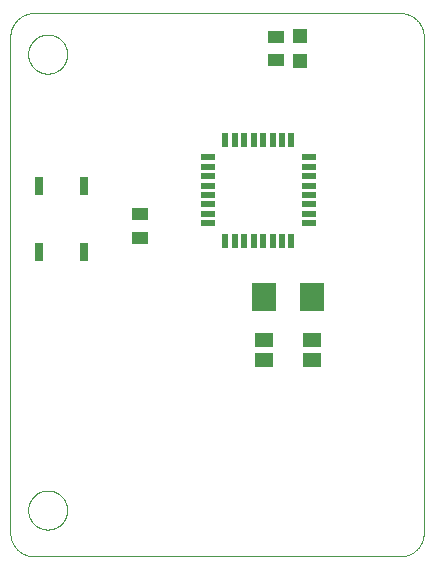
<source format=gtp>
G75*
%MOIN*%
%OFA0B0*%
%FSLAX25Y25*%
%IPPOS*%
%LPD*%
%AMOC8*
5,1,8,0,0,1.08239X$1,22.5*
%
%ADD10C,0.00000*%
%ADD11R,0.05512X0.04331*%
%ADD12R,0.04724X0.04724*%
%ADD13R,0.03000X0.06000*%
%ADD14R,0.02200X0.05000*%
%ADD15R,0.05000X0.02200*%
%ADD16R,0.07874X0.09449*%
%ADD17R,0.05906X0.05118*%
D10*
X0001500Y0009374D02*
X0001500Y0174728D01*
X0001502Y0174918D01*
X0001509Y0175108D01*
X0001521Y0175298D01*
X0001537Y0175488D01*
X0001557Y0175677D01*
X0001583Y0175866D01*
X0001612Y0176054D01*
X0001647Y0176241D01*
X0001686Y0176427D01*
X0001729Y0176612D01*
X0001777Y0176797D01*
X0001829Y0176980D01*
X0001885Y0177161D01*
X0001946Y0177341D01*
X0002012Y0177520D01*
X0002081Y0177697D01*
X0002155Y0177873D01*
X0002233Y0178046D01*
X0002316Y0178218D01*
X0002402Y0178387D01*
X0002492Y0178555D01*
X0002587Y0178720D01*
X0002685Y0178883D01*
X0002788Y0179043D01*
X0002894Y0179201D01*
X0003004Y0179356D01*
X0003117Y0179509D01*
X0003235Y0179659D01*
X0003356Y0179805D01*
X0003480Y0179949D01*
X0003608Y0180090D01*
X0003739Y0180228D01*
X0003874Y0180363D01*
X0004012Y0180494D01*
X0004153Y0180622D01*
X0004297Y0180746D01*
X0004443Y0180867D01*
X0004593Y0180985D01*
X0004746Y0181098D01*
X0004901Y0181208D01*
X0005059Y0181314D01*
X0005219Y0181417D01*
X0005382Y0181515D01*
X0005547Y0181610D01*
X0005715Y0181700D01*
X0005884Y0181786D01*
X0006056Y0181869D01*
X0006229Y0181947D01*
X0006405Y0182021D01*
X0006582Y0182090D01*
X0006761Y0182156D01*
X0006941Y0182217D01*
X0007122Y0182273D01*
X0007305Y0182325D01*
X0007490Y0182373D01*
X0007675Y0182416D01*
X0007861Y0182455D01*
X0008048Y0182490D01*
X0008236Y0182519D01*
X0008425Y0182545D01*
X0008614Y0182565D01*
X0008804Y0182581D01*
X0008994Y0182593D01*
X0009184Y0182600D01*
X0009374Y0182602D01*
X0131421Y0182602D01*
X0131611Y0182600D01*
X0131801Y0182593D01*
X0131991Y0182581D01*
X0132181Y0182565D01*
X0132370Y0182545D01*
X0132559Y0182519D01*
X0132747Y0182490D01*
X0132934Y0182455D01*
X0133120Y0182416D01*
X0133305Y0182373D01*
X0133490Y0182325D01*
X0133673Y0182273D01*
X0133854Y0182217D01*
X0134034Y0182156D01*
X0134213Y0182090D01*
X0134390Y0182021D01*
X0134566Y0181947D01*
X0134739Y0181869D01*
X0134911Y0181786D01*
X0135080Y0181700D01*
X0135248Y0181610D01*
X0135413Y0181515D01*
X0135576Y0181417D01*
X0135736Y0181314D01*
X0135894Y0181208D01*
X0136049Y0181098D01*
X0136202Y0180985D01*
X0136352Y0180867D01*
X0136498Y0180746D01*
X0136642Y0180622D01*
X0136783Y0180494D01*
X0136921Y0180363D01*
X0137056Y0180228D01*
X0137187Y0180090D01*
X0137315Y0179949D01*
X0137439Y0179805D01*
X0137560Y0179659D01*
X0137678Y0179509D01*
X0137791Y0179356D01*
X0137901Y0179201D01*
X0138007Y0179043D01*
X0138110Y0178883D01*
X0138208Y0178720D01*
X0138303Y0178555D01*
X0138393Y0178387D01*
X0138479Y0178218D01*
X0138562Y0178046D01*
X0138640Y0177873D01*
X0138714Y0177697D01*
X0138783Y0177520D01*
X0138849Y0177341D01*
X0138910Y0177161D01*
X0138966Y0176980D01*
X0139018Y0176797D01*
X0139066Y0176612D01*
X0139109Y0176427D01*
X0139148Y0176241D01*
X0139183Y0176054D01*
X0139212Y0175866D01*
X0139238Y0175677D01*
X0139258Y0175488D01*
X0139274Y0175298D01*
X0139286Y0175108D01*
X0139293Y0174918D01*
X0139295Y0174728D01*
X0139295Y0009374D01*
X0139293Y0009184D01*
X0139286Y0008994D01*
X0139274Y0008804D01*
X0139258Y0008614D01*
X0139238Y0008425D01*
X0139212Y0008236D01*
X0139183Y0008048D01*
X0139148Y0007861D01*
X0139109Y0007675D01*
X0139066Y0007490D01*
X0139018Y0007305D01*
X0138966Y0007122D01*
X0138910Y0006941D01*
X0138849Y0006761D01*
X0138783Y0006582D01*
X0138714Y0006405D01*
X0138640Y0006229D01*
X0138562Y0006056D01*
X0138479Y0005884D01*
X0138393Y0005715D01*
X0138303Y0005547D01*
X0138208Y0005382D01*
X0138110Y0005219D01*
X0138007Y0005059D01*
X0137901Y0004901D01*
X0137791Y0004746D01*
X0137678Y0004593D01*
X0137560Y0004443D01*
X0137439Y0004297D01*
X0137315Y0004153D01*
X0137187Y0004012D01*
X0137056Y0003874D01*
X0136921Y0003739D01*
X0136783Y0003608D01*
X0136642Y0003480D01*
X0136498Y0003356D01*
X0136352Y0003235D01*
X0136202Y0003117D01*
X0136049Y0003004D01*
X0135894Y0002894D01*
X0135736Y0002788D01*
X0135576Y0002685D01*
X0135413Y0002587D01*
X0135248Y0002492D01*
X0135080Y0002402D01*
X0134911Y0002316D01*
X0134739Y0002233D01*
X0134566Y0002155D01*
X0134390Y0002081D01*
X0134213Y0002012D01*
X0134034Y0001946D01*
X0133854Y0001885D01*
X0133673Y0001829D01*
X0133490Y0001777D01*
X0133305Y0001729D01*
X0133120Y0001686D01*
X0132934Y0001647D01*
X0132747Y0001612D01*
X0132559Y0001583D01*
X0132370Y0001557D01*
X0132181Y0001537D01*
X0131991Y0001521D01*
X0131801Y0001509D01*
X0131611Y0001502D01*
X0131421Y0001500D01*
X0009374Y0001500D01*
X0009184Y0001502D01*
X0008994Y0001509D01*
X0008804Y0001521D01*
X0008614Y0001537D01*
X0008425Y0001557D01*
X0008236Y0001583D01*
X0008048Y0001612D01*
X0007861Y0001647D01*
X0007675Y0001686D01*
X0007490Y0001729D01*
X0007305Y0001777D01*
X0007122Y0001829D01*
X0006941Y0001885D01*
X0006761Y0001946D01*
X0006582Y0002012D01*
X0006405Y0002081D01*
X0006229Y0002155D01*
X0006056Y0002233D01*
X0005884Y0002316D01*
X0005715Y0002402D01*
X0005547Y0002492D01*
X0005382Y0002587D01*
X0005219Y0002685D01*
X0005059Y0002788D01*
X0004901Y0002894D01*
X0004746Y0003004D01*
X0004593Y0003117D01*
X0004443Y0003235D01*
X0004297Y0003356D01*
X0004153Y0003480D01*
X0004012Y0003608D01*
X0003874Y0003739D01*
X0003739Y0003874D01*
X0003608Y0004012D01*
X0003480Y0004153D01*
X0003356Y0004297D01*
X0003235Y0004443D01*
X0003117Y0004593D01*
X0003004Y0004746D01*
X0002894Y0004901D01*
X0002788Y0005059D01*
X0002685Y0005219D01*
X0002587Y0005382D01*
X0002492Y0005547D01*
X0002402Y0005715D01*
X0002316Y0005884D01*
X0002233Y0006056D01*
X0002155Y0006229D01*
X0002081Y0006405D01*
X0002012Y0006582D01*
X0001946Y0006761D01*
X0001885Y0006941D01*
X0001829Y0007122D01*
X0001777Y0007305D01*
X0001729Y0007490D01*
X0001686Y0007675D01*
X0001647Y0007861D01*
X0001612Y0008048D01*
X0001583Y0008236D01*
X0001557Y0008425D01*
X0001537Y0008614D01*
X0001521Y0008804D01*
X0001509Y0008994D01*
X0001502Y0009184D01*
X0001500Y0009374D01*
X0007441Y0016953D02*
X0007443Y0017114D01*
X0007449Y0017274D01*
X0007459Y0017435D01*
X0007473Y0017595D01*
X0007491Y0017755D01*
X0007512Y0017914D01*
X0007538Y0018073D01*
X0007568Y0018231D01*
X0007601Y0018388D01*
X0007639Y0018545D01*
X0007680Y0018700D01*
X0007725Y0018854D01*
X0007774Y0019007D01*
X0007827Y0019159D01*
X0007883Y0019310D01*
X0007944Y0019459D01*
X0008007Y0019607D01*
X0008075Y0019753D01*
X0008146Y0019897D01*
X0008220Y0020039D01*
X0008298Y0020180D01*
X0008380Y0020318D01*
X0008465Y0020455D01*
X0008553Y0020589D01*
X0008645Y0020721D01*
X0008740Y0020851D01*
X0008838Y0020979D01*
X0008939Y0021104D01*
X0009043Y0021226D01*
X0009150Y0021346D01*
X0009260Y0021463D01*
X0009373Y0021578D01*
X0009489Y0021689D01*
X0009608Y0021798D01*
X0009729Y0021903D01*
X0009853Y0022006D01*
X0009979Y0022106D01*
X0010107Y0022202D01*
X0010238Y0022295D01*
X0010372Y0022385D01*
X0010507Y0022472D01*
X0010645Y0022555D01*
X0010784Y0022635D01*
X0010926Y0022711D01*
X0011069Y0022784D01*
X0011214Y0022853D01*
X0011361Y0022919D01*
X0011509Y0022981D01*
X0011659Y0023039D01*
X0011810Y0023094D01*
X0011963Y0023145D01*
X0012117Y0023192D01*
X0012272Y0023235D01*
X0012428Y0023274D01*
X0012584Y0023310D01*
X0012742Y0023341D01*
X0012900Y0023369D01*
X0013059Y0023393D01*
X0013219Y0023413D01*
X0013379Y0023429D01*
X0013539Y0023441D01*
X0013700Y0023449D01*
X0013861Y0023453D01*
X0014021Y0023453D01*
X0014182Y0023449D01*
X0014343Y0023441D01*
X0014503Y0023429D01*
X0014663Y0023413D01*
X0014823Y0023393D01*
X0014982Y0023369D01*
X0015140Y0023341D01*
X0015298Y0023310D01*
X0015454Y0023274D01*
X0015610Y0023235D01*
X0015765Y0023192D01*
X0015919Y0023145D01*
X0016072Y0023094D01*
X0016223Y0023039D01*
X0016373Y0022981D01*
X0016521Y0022919D01*
X0016668Y0022853D01*
X0016813Y0022784D01*
X0016956Y0022711D01*
X0017098Y0022635D01*
X0017237Y0022555D01*
X0017375Y0022472D01*
X0017510Y0022385D01*
X0017644Y0022295D01*
X0017775Y0022202D01*
X0017903Y0022106D01*
X0018029Y0022006D01*
X0018153Y0021903D01*
X0018274Y0021798D01*
X0018393Y0021689D01*
X0018509Y0021578D01*
X0018622Y0021463D01*
X0018732Y0021346D01*
X0018839Y0021226D01*
X0018943Y0021104D01*
X0019044Y0020979D01*
X0019142Y0020851D01*
X0019237Y0020721D01*
X0019329Y0020589D01*
X0019417Y0020455D01*
X0019502Y0020318D01*
X0019584Y0020180D01*
X0019662Y0020039D01*
X0019736Y0019897D01*
X0019807Y0019753D01*
X0019875Y0019607D01*
X0019938Y0019459D01*
X0019999Y0019310D01*
X0020055Y0019159D01*
X0020108Y0019007D01*
X0020157Y0018854D01*
X0020202Y0018700D01*
X0020243Y0018545D01*
X0020281Y0018388D01*
X0020314Y0018231D01*
X0020344Y0018073D01*
X0020370Y0017914D01*
X0020391Y0017755D01*
X0020409Y0017595D01*
X0020423Y0017435D01*
X0020433Y0017274D01*
X0020439Y0017114D01*
X0020441Y0016953D01*
X0020439Y0016792D01*
X0020433Y0016632D01*
X0020423Y0016471D01*
X0020409Y0016311D01*
X0020391Y0016151D01*
X0020370Y0015992D01*
X0020344Y0015833D01*
X0020314Y0015675D01*
X0020281Y0015518D01*
X0020243Y0015361D01*
X0020202Y0015206D01*
X0020157Y0015052D01*
X0020108Y0014899D01*
X0020055Y0014747D01*
X0019999Y0014596D01*
X0019938Y0014447D01*
X0019875Y0014299D01*
X0019807Y0014153D01*
X0019736Y0014009D01*
X0019662Y0013867D01*
X0019584Y0013726D01*
X0019502Y0013588D01*
X0019417Y0013451D01*
X0019329Y0013317D01*
X0019237Y0013185D01*
X0019142Y0013055D01*
X0019044Y0012927D01*
X0018943Y0012802D01*
X0018839Y0012680D01*
X0018732Y0012560D01*
X0018622Y0012443D01*
X0018509Y0012328D01*
X0018393Y0012217D01*
X0018274Y0012108D01*
X0018153Y0012003D01*
X0018029Y0011900D01*
X0017903Y0011800D01*
X0017775Y0011704D01*
X0017644Y0011611D01*
X0017510Y0011521D01*
X0017375Y0011434D01*
X0017237Y0011351D01*
X0017098Y0011271D01*
X0016956Y0011195D01*
X0016813Y0011122D01*
X0016668Y0011053D01*
X0016521Y0010987D01*
X0016373Y0010925D01*
X0016223Y0010867D01*
X0016072Y0010812D01*
X0015919Y0010761D01*
X0015765Y0010714D01*
X0015610Y0010671D01*
X0015454Y0010632D01*
X0015298Y0010596D01*
X0015140Y0010565D01*
X0014982Y0010537D01*
X0014823Y0010513D01*
X0014663Y0010493D01*
X0014503Y0010477D01*
X0014343Y0010465D01*
X0014182Y0010457D01*
X0014021Y0010453D01*
X0013861Y0010453D01*
X0013700Y0010457D01*
X0013539Y0010465D01*
X0013379Y0010477D01*
X0013219Y0010493D01*
X0013059Y0010513D01*
X0012900Y0010537D01*
X0012742Y0010565D01*
X0012584Y0010596D01*
X0012428Y0010632D01*
X0012272Y0010671D01*
X0012117Y0010714D01*
X0011963Y0010761D01*
X0011810Y0010812D01*
X0011659Y0010867D01*
X0011509Y0010925D01*
X0011361Y0010987D01*
X0011214Y0011053D01*
X0011069Y0011122D01*
X0010926Y0011195D01*
X0010784Y0011271D01*
X0010645Y0011351D01*
X0010507Y0011434D01*
X0010372Y0011521D01*
X0010238Y0011611D01*
X0010107Y0011704D01*
X0009979Y0011800D01*
X0009853Y0011900D01*
X0009729Y0012003D01*
X0009608Y0012108D01*
X0009489Y0012217D01*
X0009373Y0012328D01*
X0009260Y0012443D01*
X0009150Y0012560D01*
X0009043Y0012680D01*
X0008939Y0012802D01*
X0008838Y0012927D01*
X0008740Y0013055D01*
X0008645Y0013185D01*
X0008553Y0013317D01*
X0008465Y0013451D01*
X0008380Y0013588D01*
X0008298Y0013726D01*
X0008220Y0013867D01*
X0008146Y0014009D01*
X0008075Y0014153D01*
X0008007Y0014299D01*
X0007944Y0014447D01*
X0007883Y0014596D01*
X0007827Y0014747D01*
X0007774Y0014899D01*
X0007725Y0015052D01*
X0007680Y0015206D01*
X0007639Y0015361D01*
X0007601Y0015518D01*
X0007568Y0015675D01*
X0007538Y0015833D01*
X0007512Y0015992D01*
X0007491Y0016151D01*
X0007473Y0016311D01*
X0007459Y0016471D01*
X0007449Y0016632D01*
X0007443Y0016792D01*
X0007441Y0016953D01*
X0007441Y0168921D02*
X0007443Y0169082D01*
X0007449Y0169242D01*
X0007459Y0169403D01*
X0007473Y0169563D01*
X0007491Y0169723D01*
X0007512Y0169882D01*
X0007538Y0170041D01*
X0007568Y0170199D01*
X0007601Y0170356D01*
X0007639Y0170513D01*
X0007680Y0170668D01*
X0007725Y0170822D01*
X0007774Y0170975D01*
X0007827Y0171127D01*
X0007883Y0171278D01*
X0007944Y0171427D01*
X0008007Y0171575D01*
X0008075Y0171721D01*
X0008146Y0171865D01*
X0008220Y0172007D01*
X0008298Y0172148D01*
X0008380Y0172286D01*
X0008465Y0172423D01*
X0008553Y0172557D01*
X0008645Y0172689D01*
X0008740Y0172819D01*
X0008838Y0172947D01*
X0008939Y0173072D01*
X0009043Y0173194D01*
X0009150Y0173314D01*
X0009260Y0173431D01*
X0009373Y0173546D01*
X0009489Y0173657D01*
X0009608Y0173766D01*
X0009729Y0173871D01*
X0009853Y0173974D01*
X0009979Y0174074D01*
X0010107Y0174170D01*
X0010238Y0174263D01*
X0010372Y0174353D01*
X0010507Y0174440D01*
X0010645Y0174523D01*
X0010784Y0174603D01*
X0010926Y0174679D01*
X0011069Y0174752D01*
X0011214Y0174821D01*
X0011361Y0174887D01*
X0011509Y0174949D01*
X0011659Y0175007D01*
X0011810Y0175062D01*
X0011963Y0175113D01*
X0012117Y0175160D01*
X0012272Y0175203D01*
X0012428Y0175242D01*
X0012584Y0175278D01*
X0012742Y0175309D01*
X0012900Y0175337D01*
X0013059Y0175361D01*
X0013219Y0175381D01*
X0013379Y0175397D01*
X0013539Y0175409D01*
X0013700Y0175417D01*
X0013861Y0175421D01*
X0014021Y0175421D01*
X0014182Y0175417D01*
X0014343Y0175409D01*
X0014503Y0175397D01*
X0014663Y0175381D01*
X0014823Y0175361D01*
X0014982Y0175337D01*
X0015140Y0175309D01*
X0015298Y0175278D01*
X0015454Y0175242D01*
X0015610Y0175203D01*
X0015765Y0175160D01*
X0015919Y0175113D01*
X0016072Y0175062D01*
X0016223Y0175007D01*
X0016373Y0174949D01*
X0016521Y0174887D01*
X0016668Y0174821D01*
X0016813Y0174752D01*
X0016956Y0174679D01*
X0017098Y0174603D01*
X0017237Y0174523D01*
X0017375Y0174440D01*
X0017510Y0174353D01*
X0017644Y0174263D01*
X0017775Y0174170D01*
X0017903Y0174074D01*
X0018029Y0173974D01*
X0018153Y0173871D01*
X0018274Y0173766D01*
X0018393Y0173657D01*
X0018509Y0173546D01*
X0018622Y0173431D01*
X0018732Y0173314D01*
X0018839Y0173194D01*
X0018943Y0173072D01*
X0019044Y0172947D01*
X0019142Y0172819D01*
X0019237Y0172689D01*
X0019329Y0172557D01*
X0019417Y0172423D01*
X0019502Y0172286D01*
X0019584Y0172148D01*
X0019662Y0172007D01*
X0019736Y0171865D01*
X0019807Y0171721D01*
X0019875Y0171575D01*
X0019938Y0171427D01*
X0019999Y0171278D01*
X0020055Y0171127D01*
X0020108Y0170975D01*
X0020157Y0170822D01*
X0020202Y0170668D01*
X0020243Y0170513D01*
X0020281Y0170356D01*
X0020314Y0170199D01*
X0020344Y0170041D01*
X0020370Y0169882D01*
X0020391Y0169723D01*
X0020409Y0169563D01*
X0020423Y0169403D01*
X0020433Y0169242D01*
X0020439Y0169082D01*
X0020441Y0168921D01*
X0020439Y0168760D01*
X0020433Y0168600D01*
X0020423Y0168439D01*
X0020409Y0168279D01*
X0020391Y0168119D01*
X0020370Y0167960D01*
X0020344Y0167801D01*
X0020314Y0167643D01*
X0020281Y0167486D01*
X0020243Y0167329D01*
X0020202Y0167174D01*
X0020157Y0167020D01*
X0020108Y0166867D01*
X0020055Y0166715D01*
X0019999Y0166564D01*
X0019938Y0166415D01*
X0019875Y0166267D01*
X0019807Y0166121D01*
X0019736Y0165977D01*
X0019662Y0165835D01*
X0019584Y0165694D01*
X0019502Y0165556D01*
X0019417Y0165419D01*
X0019329Y0165285D01*
X0019237Y0165153D01*
X0019142Y0165023D01*
X0019044Y0164895D01*
X0018943Y0164770D01*
X0018839Y0164648D01*
X0018732Y0164528D01*
X0018622Y0164411D01*
X0018509Y0164296D01*
X0018393Y0164185D01*
X0018274Y0164076D01*
X0018153Y0163971D01*
X0018029Y0163868D01*
X0017903Y0163768D01*
X0017775Y0163672D01*
X0017644Y0163579D01*
X0017510Y0163489D01*
X0017375Y0163402D01*
X0017237Y0163319D01*
X0017098Y0163239D01*
X0016956Y0163163D01*
X0016813Y0163090D01*
X0016668Y0163021D01*
X0016521Y0162955D01*
X0016373Y0162893D01*
X0016223Y0162835D01*
X0016072Y0162780D01*
X0015919Y0162729D01*
X0015765Y0162682D01*
X0015610Y0162639D01*
X0015454Y0162600D01*
X0015298Y0162564D01*
X0015140Y0162533D01*
X0014982Y0162505D01*
X0014823Y0162481D01*
X0014663Y0162461D01*
X0014503Y0162445D01*
X0014343Y0162433D01*
X0014182Y0162425D01*
X0014021Y0162421D01*
X0013861Y0162421D01*
X0013700Y0162425D01*
X0013539Y0162433D01*
X0013379Y0162445D01*
X0013219Y0162461D01*
X0013059Y0162481D01*
X0012900Y0162505D01*
X0012742Y0162533D01*
X0012584Y0162564D01*
X0012428Y0162600D01*
X0012272Y0162639D01*
X0012117Y0162682D01*
X0011963Y0162729D01*
X0011810Y0162780D01*
X0011659Y0162835D01*
X0011509Y0162893D01*
X0011361Y0162955D01*
X0011214Y0163021D01*
X0011069Y0163090D01*
X0010926Y0163163D01*
X0010784Y0163239D01*
X0010645Y0163319D01*
X0010507Y0163402D01*
X0010372Y0163489D01*
X0010238Y0163579D01*
X0010107Y0163672D01*
X0009979Y0163768D01*
X0009853Y0163868D01*
X0009729Y0163971D01*
X0009608Y0164076D01*
X0009489Y0164185D01*
X0009373Y0164296D01*
X0009260Y0164411D01*
X0009150Y0164528D01*
X0009043Y0164648D01*
X0008939Y0164770D01*
X0008838Y0164895D01*
X0008740Y0165023D01*
X0008645Y0165153D01*
X0008553Y0165285D01*
X0008465Y0165419D01*
X0008380Y0165556D01*
X0008298Y0165694D01*
X0008220Y0165835D01*
X0008146Y0165977D01*
X0008075Y0166121D01*
X0008007Y0166267D01*
X0007944Y0166415D01*
X0007883Y0166564D01*
X0007827Y0166715D01*
X0007774Y0166867D01*
X0007725Y0167020D01*
X0007680Y0167174D01*
X0007639Y0167329D01*
X0007601Y0167486D01*
X0007568Y0167643D01*
X0007538Y0167801D01*
X0007512Y0167960D01*
X0007491Y0168119D01*
X0007473Y0168279D01*
X0007459Y0168439D01*
X0007449Y0168600D01*
X0007443Y0168760D01*
X0007441Y0168921D01*
D11*
X0044807Y0115673D03*
X0044807Y0107799D03*
X0090083Y0166854D03*
X0090083Y0174728D03*
D12*
X0097957Y0174925D03*
X0097957Y0166657D03*
D13*
X0026087Y0124902D03*
X0011087Y0124902D03*
X0011087Y0102902D03*
X0026087Y0102902D03*
D14*
X0073154Y0106647D03*
X0076303Y0106647D03*
X0079453Y0106647D03*
X0082602Y0106647D03*
X0085752Y0106647D03*
X0088902Y0106647D03*
X0092051Y0106647D03*
X0095201Y0106647D03*
X0095201Y0140447D03*
X0092051Y0140447D03*
X0088902Y0140447D03*
X0085752Y0140447D03*
X0082602Y0140447D03*
X0079453Y0140447D03*
X0076303Y0140447D03*
X0073154Y0140447D03*
D15*
X0067277Y0134571D03*
X0067277Y0131421D03*
X0067277Y0128272D03*
X0067277Y0125122D03*
X0067277Y0121972D03*
X0067277Y0118823D03*
X0067277Y0115673D03*
X0067277Y0112524D03*
X0101077Y0112524D03*
X0101077Y0115673D03*
X0101077Y0118823D03*
X0101077Y0121972D03*
X0101077Y0125122D03*
X0101077Y0128272D03*
X0101077Y0131421D03*
X0101077Y0134571D03*
D16*
X0101894Y0088114D03*
X0086146Y0088114D03*
D17*
X0086146Y0073744D03*
X0086146Y0067051D03*
X0101894Y0067051D03*
X0101894Y0073744D03*
M02*

</source>
